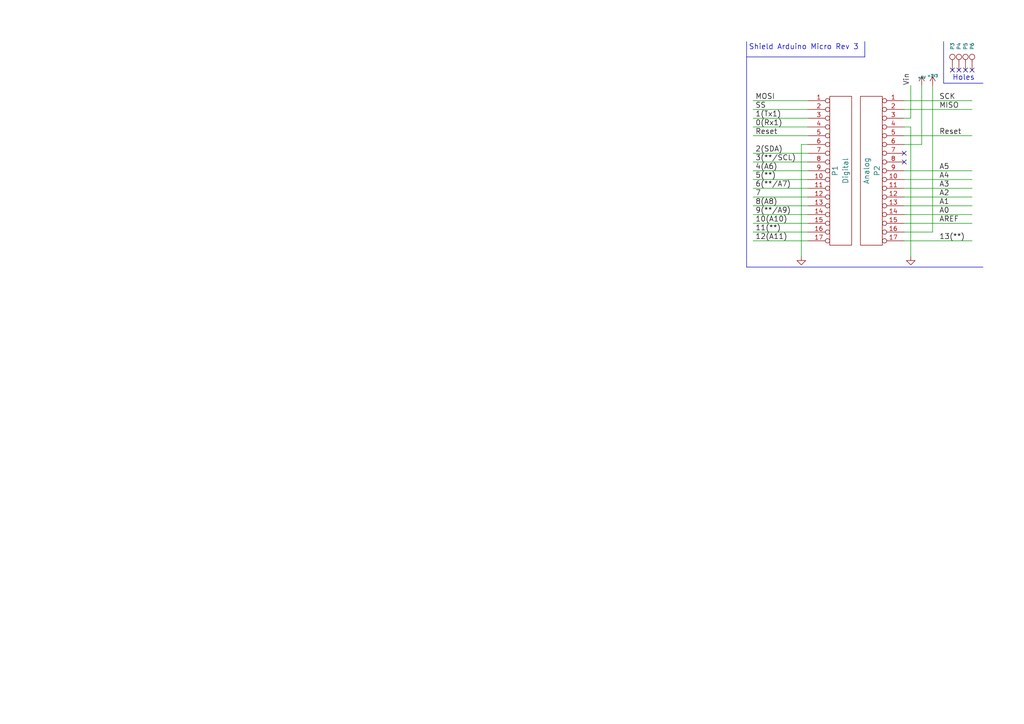
<source format=kicad_sch>
(kicad_sch (version 20230121) (generator eeschema)
  (paper "A4")
  (title_block (date "sam. 04 avril 2015"))
  (lib_symbols
    (symbol "Arduino_Micro-rescue:+3.3V" (power) (pin_names (offset 0))
      (property "Value" "+3.3V" (at 0 3.556 0))
      (symbol "+3.3V_0_1"
        (polyline (pts (xy -0.762 1.27) (xy 0 2.54)))
        (polyline (pts (xy 0 0) (xy 0 2.54)))
        (polyline (pts (xy 0 2.54) (xy 0.762 1.27)))
      )
      (symbol "+3.3V_1_1"
        (pin power_in line (at 0 0 90) (length 0) hide (name "+3V3") (number "1"))
      )
    )
    (symbol "Arduino_Micro-rescue:+5V" (power) (pin_names (offset 0))
      (property "Value" "+5V" (at 0 3.556 0))
      (symbol "+5V_0_1"
        (polyline (pts (xy -0.762 1.27) (xy 0 2.54)))
        (polyline (pts (xy 0 0) (xy 0 2.54)))
        (polyline (pts (xy 0 2.54) (xy 0.762 1.27)))
      )
      (symbol "+5V_1_1"
        (pin power_in line (at 0 0 90) (length 0) hide (name "+5V") (number "1"))
      )
    )
    (symbol "Arduino_Micro-rescue:CONN_1" (pin_numbers hide) (pin_names (offset 0.762) hide)
      (property "Reference" "P" (at 2.032 0 0))
      (symbol "CONN_1_0_1"
        (polyline (pts (xy -0.762 0) (xy -1.27 0)))
        (circle (center 0 0) (radius 0.7874))
      )
      (symbol "CONN_1_1_1"
        (pin passive line (at -3.81 0 0) (length 2.54) (name "1") (number "1"))
      )
    )
    (symbol "Arduino_Micro-rescue:CONN_17" (pin_names (offset 1.016) hide)
      (property "Reference" "P" (at -1.016 0 90))
      (property "Value" "CONN_17" (at 2.032 0 90))
      (symbol "CONN_17_0_1"
        (rectangle (start -2.54 21.59) (end 3.81 -21.59))
      )
      (symbol "CONN_17_1_1"
        (pin passive inverted (at -8.89 20.32 0) (length 6.35) (name "P1") (number "1"))
        (pin passive inverted (at -8.89 -2.54 0) (length 6.35) (name "P10") (number "10"))
        (pin passive inverted (at -8.89 -5.08 0) (length 6.35) (name "P11") (number "11"))
        (pin passive inverted (at -8.89 -7.62 0) (length 6.35) (name "P12") (number "12"))
        (pin passive inverted (at -8.89 -10.16 0) (length 6.35) (name "P13") (number "13"))
        (pin passive inverted (at -8.89 -12.7 0) (length 6.35) (name "P14") (number "14"))
        (pin passive inverted (at -8.89 -15.24 0) (length 6.35) (name "P15") (number "15"))
        (pin passive inverted (at -8.89 -17.78 0) (length 6.35) (name "P16") (number "16"))
        (pin passive inverted (at -8.89 -20.32 0) (length 6.35) (name "P17") (number "17"))
        (pin passive inverted (at -8.89 17.78 0) (length 6.35) (name "P2") (number "2"))
        (pin passive inverted (at -8.89 15.24 0) (length 6.35) (name "P3") (number "3"))
        (pin passive inverted (at -8.89 12.7 0) (length 6.35) (name "P4") (number "4"))
        (pin passive inverted (at -8.89 10.16 0) (length 6.35) (name "P5") (number "5"))
        (pin passive inverted (at -8.89 7.62 0) (length 6.35) (name "P6") (number "6"))
        (pin passive inverted (at -8.89 5.08 0) (length 6.35) (name "P7") (number "7"))
        (pin passive inverted (at -8.89 2.54 0) (length 6.35) (name "P8") (number "8"))
        (pin passive inverted (at -8.89 0 0) (length 6.35) (name "P9") (number "9"))
      )
    )
    (symbol "Arduino_Micro-rescue:GND" (power) (pin_names (offset 0))
      (property "Value" "GND" (at 0 -3.81 0))
      (symbol "GND_0_1"
        (polyline (pts (xy 0 0) (xy 0 -1.27) (xy 1.27 -1.27) (xy 0 -2.54) (xy -1.27 -1.27) (xy 0 -1.27)))
      )
      (symbol "GND_1_1"
        (pin power_in line (at 0 0 270) (length 0) hide (name "GND") (number "1"))
      )
    )
  )
  (no_connect (at 262.255 44.45))
  (no_connect (at 281.94 20.32))
  (no_connect (at 262.255 46.99))
  (no_connect (at 276.225 20.32))
  (no_connect (at 278.13 20.32))
  (no_connect (at 280.035 20.32))
  (wire (pts (xy 218.44 57.15) (xy 234.315 57.15)))
  (wire (pts (xy 218.44 64.77) (xy 234.315 64.77)))
  (wire (pts (xy 267.335 41.91) (xy 262.255 41.91)))
  (wire (pts (xy 262.255 59.69) (xy 281.94 59.69)))
  (polyline (pts (xy 216.535 77.47) (xy 216.535 12.065)))
  (wire (pts (xy 218.44 29.21) (xy 234.315 29.21)))
  (wire (pts (xy 218.44 52.07) (xy 234.315 52.07)))
  (wire (pts (xy 218.44 44.45) (xy 234.315 44.45)))
  (wire (pts (xy 218.44 54.61) (xy 234.315 54.61)))
  (polyline (pts (xy 216.535 16.51) (xy 250.825 16.51)))
  (wire (pts (xy 270.51 67.31) (xy 262.255 67.31)))
  (wire (pts (xy 218.44 59.69) (xy 234.315 59.69)))
  (polyline (pts (xy 273.685 24.13) (xy 285.115 24.13)))
  (wire (pts (xy 264.16 34.29) (xy 262.255 34.29)))
  (wire (pts (xy 262.255 54.61) (xy 281.94 54.61)))
  (wire (pts (xy 218.44 69.85) (xy 234.315 69.85)))
  (wire (pts (xy 262.255 62.23) (xy 281.94 62.23)))
  (wire (pts (xy 262.255 69.85) (xy 281.94 69.85)))
  (wire (pts (xy 262.255 36.83) (xy 264.16 36.83)))
  (wire (pts (xy 262.255 29.21) (xy 281.94 29.21)))
  (wire (pts (xy 264.16 24.765) (xy 264.16 34.29)))
  (wire (pts (xy 218.44 36.83) (xy 234.315 36.83)))
  (wire (pts (xy 232.41 41.91) (xy 232.41 74.295)))
  (polyline (pts (xy 273.685 12.065) (xy 273.685 24.13)))
  (wire (pts (xy 262.255 49.53) (xy 281.94 49.53)))
  (wire (pts (xy 262.255 31.75) (xy 281.94 31.75)))
  (wire (pts (xy 218.44 34.29) (xy 234.315 34.29)))
  (wire (pts (xy 218.44 31.75) (xy 234.315 31.75)))
  (wire (pts (xy 262.255 39.37) (xy 281.94 39.37)))
  (wire (pts (xy 262.255 64.77) (xy 281.94 64.77)))
  (wire (pts (xy 267.335 24.765) (xy 267.335 41.91)))
  (wire (pts (xy 270.51 24.765) (xy 270.51 67.31)))
  (wire (pts (xy 218.44 46.99) (xy 234.315 46.99)))
  (polyline (pts (xy 250.825 16.51) (xy 250.825 12.065)))
  (wire (pts (xy 262.255 52.07) (xy 281.94 52.07)))
  (wire (pts (xy 218.44 67.31) (xy 234.315 67.31)))
  (wire (pts (xy 218.44 39.37) (xy 234.315 39.37)))
  (wire (pts (xy 218.44 62.23) (xy 234.315 62.23)))
  (wire (pts (xy 218.44 49.53) (xy 234.315 49.53)))
  (wire (pts (xy 264.16 36.83) (xy 264.16 74.295)))
  (wire (pts (xy 232.41 41.91) (xy 234.315 41.91)))
  (polyline (pts (xy 285.115 77.47) (xy 216.535 77.47)))
  (wire (pts (xy 262.255 57.15) (xy 281.94 57.15)))
  (text "Holes" (at 276.225 23.495 0) (effects (font (size 1.524 1.524)) (justify left bottom)))
  (text "Shield Arduino Micro Rev 3" (at 217.17 14.605 0) (effects (font (size 1.524 1.524)) (justify left bottom)))
  (label "A1" (at 272.415 59.69 0) (effects (font (size 1.524 1.524))))
  (label "9(**/A9)" (at 219.075 62.23 0) (effects (font (size 1.524 1.524))))
  (label "6(**/A7)" (at 219.075 54.61 0) (effects (font (size 1.524 1.524))))
  (label "0(Rx1)" (at 219.075 36.83 0) (effects (font (size 1.524 1.524))))
  (label "2(SDA)" (at 219.075 44.45 0) (effects (font (size 1.524 1.524))))
  (label "10(A10)" (at 219.075 64.77 0) (effects (font (size 1.524 1.524))))
  (label "4(A6)" (at 219.075 49.53 0) (effects (font (size 1.524 1.524))))
  (label "13(**)" (at 272.415 69.85 0) (effects (font (size 1.524 1.524))))
  (label "A4" (at 272.415 52.07 0) (effects (font (size 1.524 1.524))))
  (label "SS" (at 219.075 31.75 0) (effects (font (size 1.524 1.524))))
  (label "5(**)" (at 219.075 52.07 0) (effects (font (size 1.524 1.524))))
  (label "12(A11)" (at 219.075 69.85 0) (effects (font (size 1.524 1.524))))
  (label "A2" (at 272.415 57.15 0) (effects (font (size 1.524 1.524))))
  (label "Reset" (at 272.415 39.37 0) (effects (font (size 1.524 1.524))))
  (label "Vin" (at 264.16 24.765 90) (effects (font (size 1.524 1.524))))
  (label "7" (at 219.075 57.15 0) (effects (font (size 1.524 1.524))))
  (label "8(A8)" (at 219.075 59.69 0) (effects (font (size 1.524 1.524))))
  (label "MISO" (at 272.415 31.75 0) (effects (font (size 1.524 1.524))))
  (label "Reset" (at 219.075 39.37 0) (effects (font (size 1.524 1.524))))
  (label "A0" (at 272.415 62.23 0) (effects (font (size 1.524 1.524))))
  (label "11(**)" (at 219.075 67.31 0) (effects (font (size 1.524 1.524))))
  (label "1(Tx1)" (at 219.075 34.29 0) (effects (font (size 1.524 1.524))))
  (label "MOSI" (at 219.075 29.21 0) (effects (font (size 1.524 1.524))))
  (label "A5" (at 272.415 49.53 0) (effects (font (size 1.524 1.524))))
  (label "SCK" (at 272.415 29.21 0) (effects (font (size 1.524 1.524))))
  (label "3(**/SCL)" (at 219.075 46.99 0) (effects (font (size 1.524 1.524))))
  (label "AREF" (at 272.415 64.77 0) (effects (font (size 1.524 1.524))))
  (label "A3" (at 272.415 54.61 0) (effects (font (size 1.524 1.524))))
  (symbol (lib_id "Arduino_Micro-rescue:CONN_1") (at 276.225 16.51 90) (unit 1)
    (property "Reference" "P3" (at 276.225 14.478 0) (effects (font (size 1.016 1.016)) (justify left)))
    (property "Value" "CONN_1" (effects hide))
    (property "Footprint" "Socket_Arduino_Micro:1pin_Micro" (effects hide))
  )
  (symbol (lib_id "Arduino_Micro-rescue:CONN_1") (at 278.13 16.51 90) (unit 1)
    (property "Reference" "P4" (at 278.13 14.478 0) (effects (font (size 1.016 1.016)) (justify left)))
    (property "Value" "CONN_1" (effects hide))
    (property "Footprint" "Socket_Arduino_Micro:1pin_Micro" (effects hide))
  )
  (symbol (lib_id "Arduino_Micro-rescue:CONN_1") (at 280.035 16.51 90) (unit 1)
    (property "Reference" "P5" (at 280.035 14.478 0) (effects (font (size 1.016 1.016)) (justify left)))
    (property "Value" "CONN_1" (effects hide))
    (property "Footprint" "Socket_Arduino_Micro:1pin_Micro" (effects hide))
  )
  (symbol (lib_id "Arduino_Micro-rescue:CONN_1") (at 281.94 16.51 90) (unit 1)
    (property "Reference" "P6" (at 281.94 14.478 0) (effects (font (size 1.016 1.016)) (justify left)))
    (property "Value" "CONN_1" (effects hide))
    (property "Footprint" "Socket_Arduino_Micro:1pin_Micro" (effects hide))
  )
  (symbol (lib_id "Arduino_Micro-rescue:CONN_17") (at 243.205 49.53 0) (unit 1)
    (property "Reference" "P1" (at 242.189 49.53 90) (effects (font (size 1.524 1.524))))
    (property "Value" "Digital" (at 245.237 49.53 90) (effects (font (size 1.524 1.524))))
    (property "Footprint" "Socket_Arduino_Micro:Socket_Strip_Arduino_1x17" (effects hide))
  )
  (symbol (lib_id "Arduino_Micro-rescue:CONN_17") (at 253.365 49.53 0) (mirror y) (unit 1)
    (property "Reference" "P2" (at 254.381 49.53 90) (effects (font (size 1.524 1.524))))
    (property "Value" "Analog" (at 251.333 49.53 90) (effects (font (size 1.524 1.524))))
    (property "Footprint" "Socket_Arduino_Micro:Socket_Strip_Arduino_1x17" (effects hide))
  )
  (symbol (lib_id "Arduino_Micro-rescue:GND") (at 232.41 74.295 0) (unit 1)
    (property "Reference" "#PWR01" (effects hide))
    (property "Value" "GND" (effects hide))
  )
  (symbol (lib_id "Arduino_Micro-rescue:GND") (at 264.16 74.295 0) (unit 1)
    (property "Reference" "#PWR02" (effects hide))
    (property "Value" "GND" (effects hide))
  )
  (symbol (lib_id "Arduino_Micro-rescue:+5V") (at 267.335 24.765 0) (unit 1)
    (property "Reference" "#PWR03" (effects hide))
    (property "Value" "+5V" (at 267.335 22.479 0) (effects (font (size 0.762 0.762))))
  )
  (symbol (lib_id "Arduino_Micro-rescue:+3.3V") (at 270.51 24.765 0) (unit 1)
    (property "Reference" "#PWR04" (effects hide))
    (property "Value" "+3.3V" (at 270.51 21.971 0) (effects (font (size 0.762 0.762))))
  )
)
</source>
